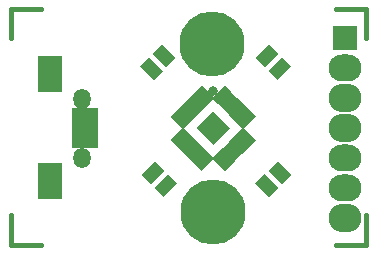
<source format=gts>
G04 #@! TF.FileFunction,Soldermask,Top*
%FSLAX46Y46*%
G04 Gerber Fmt 4.6, Leading zero omitted, Abs format (unit mm)*
G04 Created by KiCad (PCBNEW (2015-01-16 BZR 5376)-product) date 7/2/2015 3:57:03 PM*
%MOMM*%
G01*
G04 APERTURE LIST*
%ADD10C,0.150000*%
%ADD11C,0.381000*%
%ADD12R,2.308000X0.908000*%
%ADD13O,1.458000X1.758000*%
%ADD14R,2.058000X3.008000*%
%ADD15C,5.508000*%
%ADD16C,0.807720*%
%ADD17R,2.159000X2.159000*%
%ADD18O,2.794000X2.286000*%
%ADD19O,2.794000X2.413000*%
G04 APERTURE END LIST*
D10*
D11*
X28500000Y-39500000D02*
X28500000Y-37000000D01*
X28500000Y-39500000D02*
X31000000Y-39500000D01*
X58500000Y-39500000D02*
X56000000Y-39500000D01*
X58500000Y-39500000D02*
X58500000Y-37000000D01*
X28500000Y-19500000D02*
X28500000Y-22000000D01*
X28500000Y-19500000D02*
X31000000Y-19500000D01*
X58500000Y-19500000D02*
X58500000Y-22000000D01*
X58500000Y-19500000D02*
X56000000Y-19500000D01*
D12*
X34708000Y-28327100D03*
X34708000Y-28977100D03*
X34708000Y-29627100D03*
X34708000Y-30277100D03*
X34708000Y-30927100D03*
D13*
X34470540Y-27127100D03*
X34470540Y-32127100D03*
D14*
X31808000Y-25028000D03*
X31808000Y-34128000D03*
D15*
X45608000Y-36740000D03*
X45500000Y-22500000D03*
D10*
G36*
X41984466Y-28650050D02*
X42507117Y-28127399D01*
X43573972Y-29194254D01*
X43051321Y-29716905D01*
X41984466Y-28650050D01*
X41984466Y-28650050D01*
G37*
G36*
X42338288Y-28296228D02*
X42860939Y-27773577D01*
X43927794Y-28840432D01*
X43405143Y-29363083D01*
X42338288Y-28296228D01*
X42338288Y-28296228D01*
G37*
G36*
X42692111Y-27942406D02*
X43214762Y-27419755D01*
X44281617Y-28486610D01*
X43758966Y-29009261D01*
X42692111Y-27942406D01*
X42692111Y-27942406D01*
G37*
G36*
X43045933Y-27588584D02*
X43568584Y-27065933D01*
X44635439Y-28132788D01*
X44112788Y-28655439D01*
X43045933Y-27588584D01*
X43045933Y-27588584D01*
G37*
G36*
X43399755Y-27234762D02*
X43922406Y-26712111D01*
X44989261Y-27778966D01*
X44466610Y-28301617D01*
X43399755Y-27234762D01*
X43399755Y-27234762D01*
G37*
G36*
X43753577Y-26880939D02*
X44276228Y-26358288D01*
X45343083Y-27425143D01*
X44820432Y-27947794D01*
X43753577Y-26880939D01*
X43753577Y-26880939D01*
G37*
G36*
X44107399Y-26527117D02*
X44630050Y-26004466D01*
X45696905Y-27071321D01*
X45174254Y-27593972D01*
X44107399Y-26527117D01*
X44107399Y-26527117D01*
G37*
G36*
X45519095Y-27071321D02*
X46585950Y-26004466D01*
X47108601Y-26527117D01*
X46041746Y-27593972D01*
X45519095Y-27071321D01*
X45519095Y-27071321D01*
G37*
G36*
X45872917Y-27425143D02*
X46939772Y-26358288D01*
X47462423Y-26880939D01*
X46395568Y-27947794D01*
X45872917Y-27425143D01*
X45872917Y-27425143D01*
G37*
G36*
X46226739Y-27778966D02*
X47293594Y-26712111D01*
X47816245Y-27234762D01*
X46749390Y-28301617D01*
X46226739Y-27778966D01*
X46226739Y-27778966D01*
G37*
G36*
X46580561Y-28132788D02*
X47647416Y-27065933D01*
X48170067Y-27588584D01*
X47103212Y-28655439D01*
X46580561Y-28132788D01*
X46580561Y-28132788D01*
G37*
G36*
X46934383Y-28486610D02*
X48001238Y-27419755D01*
X48523889Y-27942406D01*
X47457034Y-29009261D01*
X46934383Y-28486610D01*
X46934383Y-28486610D01*
G37*
G36*
X47288206Y-28840432D02*
X48355061Y-27773577D01*
X48877712Y-28296228D01*
X47810857Y-29363083D01*
X47288206Y-28840432D01*
X47288206Y-28840432D01*
G37*
G36*
X47642028Y-29194254D02*
X48708883Y-28127399D01*
X49231534Y-28650050D01*
X48164679Y-29716905D01*
X47642028Y-29194254D01*
X47642028Y-29194254D01*
G37*
G36*
X47642028Y-30061746D02*
X48164679Y-29539095D01*
X49231534Y-30605950D01*
X48708883Y-31128601D01*
X47642028Y-30061746D01*
X47642028Y-30061746D01*
G37*
G36*
X47288206Y-30415568D02*
X47810857Y-29892917D01*
X48877712Y-30959772D01*
X48355061Y-31482423D01*
X47288206Y-30415568D01*
X47288206Y-30415568D01*
G37*
G36*
X46934383Y-30769390D02*
X47457034Y-30246739D01*
X48523889Y-31313594D01*
X48001238Y-31836245D01*
X46934383Y-30769390D01*
X46934383Y-30769390D01*
G37*
G36*
X46580561Y-31123212D02*
X47103212Y-30600561D01*
X48170067Y-31667416D01*
X47647416Y-32190067D01*
X46580561Y-31123212D01*
X46580561Y-31123212D01*
G37*
G36*
X46226739Y-31477034D02*
X46749390Y-30954383D01*
X47816245Y-32021238D01*
X47293594Y-32543889D01*
X46226739Y-31477034D01*
X46226739Y-31477034D01*
G37*
G36*
X45872917Y-31830857D02*
X46395568Y-31308206D01*
X47462423Y-32375061D01*
X46939772Y-32897712D01*
X45872917Y-31830857D01*
X45872917Y-31830857D01*
G37*
G36*
X45519095Y-32184679D02*
X46041746Y-31662028D01*
X47108601Y-32728883D01*
X46585950Y-33251534D01*
X45519095Y-32184679D01*
X45519095Y-32184679D01*
G37*
G36*
X44107399Y-32728883D02*
X45174254Y-31662028D01*
X45696905Y-32184679D01*
X44630050Y-33251534D01*
X44107399Y-32728883D01*
X44107399Y-32728883D01*
G37*
G36*
X43753577Y-32375061D02*
X44820432Y-31308206D01*
X45343083Y-31830857D01*
X44276228Y-32897712D01*
X43753577Y-32375061D01*
X43753577Y-32375061D01*
G37*
G36*
X43399755Y-32021238D02*
X44466610Y-30954383D01*
X44989261Y-31477034D01*
X43922406Y-32543889D01*
X43399755Y-32021238D01*
X43399755Y-32021238D01*
G37*
G36*
X43045933Y-31667416D02*
X44112788Y-30600561D01*
X44635439Y-31123212D01*
X43568584Y-32190067D01*
X43045933Y-31667416D01*
X43045933Y-31667416D01*
G37*
G36*
X42692111Y-31313594D02*
X43758966Y-30246739D01*
X44281617Y-30769390D01*
X43214762Y-31836245D01*
X42692111Y-31313594D01*
X42692111Y-31313594D01*
G37*
G36*
X42338288Y-30959772D02*
X43405143Y-29892917D01*
X43927794Y-30415568D01*
X42860939Y-31482423D01*
X42338288Y-30959772D01*
X42338288Y-30959772D01*
G37*
G36*
X41984466Y-30605950D02*
X43051321Y-29539095D01*
X43573972Y-30061746D01*
X42507117Y-31128601D01*
X41984466Y-30605950D01*
X41984466Y-30605950D01*
G37*
G36*
X44187323Y-29628000D02*
X45608000Y-28207323D01*
X47028677Y-29628000D01*
X45608000Y-31048677D01*
X44187323Y-29628000D01*
X44187323Y-29628000D01*
G37*
D16*
X45608000Y-26445397D03*
D17*
X56784000Y-22008000D03*
D18*
X56784000Y-24548000D03*
D19*
X56784000Y-27088000D03*
X56784000Y-29628000D03*
D18*
X56784000Y-32168000D03*
X56784000Y-34708000D03*
D19*
X56784000Y-37248000D03*
D10*
G36*
X40549790Y-25566643D02*
X39382357Y-24399210D01*
X40190580Y-23590987D01*
X41358013Y-24758420D01*
X40549790Y-25566643D01*
X40549790Y-25566643D01*
G37*
G36*
X41627420Y-24489013D02*
X40459987Y-23321580D01*
X41268210Y-22513357D01*
X42435643Y-23680790D01*
X41627420Y-24489013D01*
X41627420Y-24489013D01*
G37*
G36*
X52214643Y-24399210D02*
X51047210Y-25566643D01*
X50238987Y-24758420D01*
X51406420Y-23590987D01*
X52214643Y-24399210D01*
X52214643Y-24399210D01*
G37*
G36*
X51137013Y-23321580D02*
X49969580Y-24489013D01*
X49161357Y-23680790D01*
X50328790Y-22513357D01*
X51137013Y-23321580D01*
X51137013Y-23321580D01*
G37*
G36*
X42562643Y-34305210D02*
X41395210Y-35472643D01*
X40586987Y-34664420D01*
X41754420Y-33496987D01*
X42562643Y-34305210D01*
X42562643Y-34305210D01*
G37*
G36*
X41485013Y-33227580D02*
X40317580Y-34395013D01*
X39509357Y-33586790D01*
X40676790Y-32419357D01*
X41485013Y-33227580D01*
X41485013Y-33227580D01*
G37*
G36*
X51047210Y-32419357D02*
X52214643Y-33586790D01*
X51406420Y-34395013D01*
X50238987Y-33227580D01*
X51047210Y-32419357D01*
X51047210Y-32419357D01*
G37*
G36*
X49969580Y-33496987D02*
X51137013Y-34664420D01*
X50328790Y-35472643D01*
X49161357Y-34305210D01*
X49969580Y-33496987D01*
X49969580Y-33496987D01*
G37*
M02*

</source>
